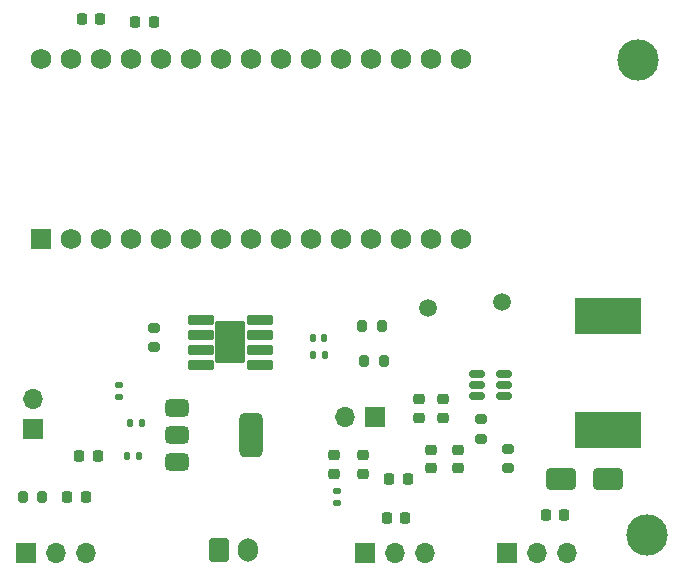
<source format=gbr>
%TF.GenerationSoftware,KiCad,Pcbnew,8.0.7*%
%TF.CreationDate,2024-12-28T13:43:39+03:00*%
%TF.ProjectId,SingleSwitch,53696e67-6c65-4537-9769-7463682e6b69,rev?*%
%TF.SameCoordinates,Original*%
%TF.FileFunction,Soldermask,Top*%
%TF.FilePolarity,Negative*%
%FSLAX46Y46*%
G04 Gerber Fmt 4.6, Leading zero omitted, Abs format (unit mm)*
G04 Created by KiCad (PCBNEW 8.0.7) date 2024-12-28 13:43:39*
%MOMM*%
%LPD*%
G01*
G04 APERTURE LIST*
G04 Aperture macros list*
%AMRoundRect*
0 Rectangle with rounded corners*
0 $1 Rounding radius*
0 $2 $3 $4 $5 $6 $7 $8 $9 X,Y pos of 4 corners*
0 Add a 4 corners polygon primitive as box body*
4,1,4,$2,$3,$4,$5,$6,$7,$8,$9,$2,$3,0*
0 Add four circle primitives for the rounded corners*
1,1,$1+$1,$2,$3*
1,1,$1+$1,$4,$5*
1,1,$1+$1,$6,$7*
1,1,$1+$1,$8,$9*
0 Add four rect primitives between the rounded corners*
20,1,$1+$1,$2,$3,$4,$5,0*
20,1,$1+$1,$4,$5,$6,$7,0*
20,1,$1+$1,$6,$7,$8,$9,0*
20,1,$1+$1,$8,$9,$2,$3,0*%
G04 Aperture macros list end*
%ADD10RoundRect,0.225000X-0.225000X-0.250000X0.225000X-0.250000X0.225000X0.250000X-0.225000X0.250000X0*%
%ADD11RoundRect,0.225000X0.225000X0.250000X-0.225000X0.250000X-0.225000X-0.250000X0.225000X-0.250000X0*%
%ADD12RoundRect,0.135000X0.135000X0.185000X-0.135000X0.185000X-0.135000X-0.185000X0.135000X-0.185000X0*%
%ADD13R,1.700000X1.700000*%
%ADD14O,1.700000X1.700000*%
%ADD15RoundRect,0.225000X0.250000X-0.225000X0.250000X0.225000X-0.250000X0.225000X-0.250000X-0.225000X0*%
%ADD16RoundRect,0.225000X-0.250000X0.225000X-0.250000X-0.225000X0.250000X-0.225000X0.250000X0.225000X0*%
%ADD17RoundRect,0.200000X-0.200000X-0.275000X0.200000X-0.275000X0.200000X0.275000X-0.200000X0.275000X0*%
%ADD18RoundRect,0.200000X0.275000X-0.200000X0.275000X0.200000X-0.275000X0.200000X-0.275000X-0.200000X0*%
%ADD19RoundRect,0.147500X-0.147500X-0.172500X0.147500X-0.172500X0.147500X0.172500X-0.147500X0.172500X0*%
%ADD20C,3.500000*%
%ADD21RoundRect,0.150000X0.512500X0.150000X-0.512500X0.150000X-0.512500X-0.150000X0.512500X-0.150000X0*%
%ADD22C,1.500000*%
%ADD23RoundRect,0.200000X0.200000X0.275000X-0.200000X0.275000X-0.200000X-0.275000X0.200000X-0.275000X0*%
%ADD24RoundRect,0.102000X2.700000X-1.450000X2.700000X1.450000X-2.700000X1.450000X-2.700000X-1.450000X0*%
%ADD25RoundRect,0.218750X0.218750X0.256250X-0.218750X0.256250X-0.218750X-0.256250X0.218750X-0.256250X0*%
%ADD26RoundRect,0.100500X-0.986500X-0.301500X0.986500X-0.301500X0.986500X0.301500X-0.986500X0.301500X0*%
%ADD27RoundRect,0.102000X-1.206500X-1.651000X1.206500X-1.651000X1.206500X1.651000X-1.206500X1.651000X0*%
%ADD28RoundRect,0.135000X-0.185000X0.135000X-0.185000X-0.135000X0.185000X-0.135000X0.185000X0.135000X0*%
%ADD29RoundRect,0.102000X-0.762000X-0.762000X0.762000X-0.762000X0.762000X0.762000X-0.762000X0.762000X0*%
%ADD30C,1.728000*%
%ADD31RoundRect,0.250000X-0.600000X-0.750000X0.600000X-0.750000X0.600000X0.750000X-0.600000X0.750000X0*%
%ADD32O,1.700000X2.000000*%
%ADD33RoundRect,0.250000X-1.000000X-0.650000X1.000000X-0.650000X1.000000X0.650000X-1.000000X0.650000X0*%
%ADD34RoundRect,0.375000X-0.625000X-0.375000X0.625000X-0.375000X0.625000X0.375000X-0.625000X0.375000X0*%
%ADD35RoundRect,0.500000X-0.500000X-1.400000X0.500000X-1.400000X0.500000X1.400000X-0.500000X1.400000X0*%
G04 APERTURE END LIST*
D10*
%TO.C,C11*%
X138950000Y-62250000D03*
X140500000Y-62250000D03*
%TD*%
D11*
%TO.C,C10*%
X136000000Y-62000000D03*
X134450000Y-62000000D03*
%TD*%
D12*
%TO.C,R10*%
X139500000Y-96250000D03*
X138480000Y-96250000D03*
%TD*%
D13*
%TO.C,J6*%
X130250000Y-96775000D03*
D14*
X130250000Y-94235000D03*
%TD*%
D10*
%TO.C,C9*%
X173725000Y-104000000D03*
X175275000Y-104000000D03*
%TD*%
%TO.C,C8*%
X160225000Y-104250000D03*
X161775000Y-104250000D03*
%TD*%
D15*
%TO.C,C6*%
X155750000Y-98975000D03*
X155750000Y-100525000D03*
%TD*%
%TO.C,C5*%
X158250000Y-98975000D03*
X158250000Y-100525000D03*
%TD*%
%TO.C,C4*%
X164000000Y-98475000D03*
X164000000Y-100025000D03*
%TD*%
%TO.C,C3*%
X166250000Y-98475000D03*
X166250000Y-100025000D03*
%TD*%
D16*
%TO.C,C2*%
X165000000Y-95775000D03*
X165000000Y-94225000D03*
%TD*%
%TO.C,C1*%
X163000000Y-94225000D03*
X163000000Y-95775000D03*
%TD*%
D17*
%TO.C,R6*%
X129425000Y-102500000D03*
X131075000Y-102500000D03*
%TD*%
D18*
%TO.C,R5*%
X140500000Y-89825000D03*
X140500000Y-88175000D03*
%TD*%
D13*
%TO.C,J5*%
X159250000Y-95750000D03*
D14*
X156710000Y-95750000D03*
%TD*%
D19*
%TO.C,D2*%
X153985000Y-89000000D03*
X154955000Y-89000000D03*
%TD*%
D20*
%TO.C,H1*%
X181500000Y-65500000D03*
%TD*%
D13*
%TO.C,J1*%
X158420000Y-107250000D03*
D14*
X160960000Y-107250000D03*
X163500000Y-107250000D03*
%TD*%
D18*
%TO.C,R2*%
X168250000Y-95925000D03*
X168250000Y-97575000D03*
%TD*%
D21*
%TO.C,U2*%
X167862500Y-93950000D03*
X167862500Y-93000000D03*
X167862500Y-92050000D03*
X170137500Y-92050000D03*
X170137500Y-93000000D03*
X170137500Y-93950000D03*
%TD*%
D22*
%TO.C,Batt+1*%
X170000000Y-86000000D03*
%TD*%
D23*
%TO.C,R4*%
X159810000Y-88000000D03*
X158160000Y-88000000D03*
%TD*%
D22*
%TO.C,5V1*%
X163750000Y-86500000D03*
%TD*%
D24*
%TO.C,L1*%
X179000000Y-87150000D03*
X179000000Y-96850000D03*
%TD*%
D19*
%TO.C,D3*%
X154015000Y-90500000D03*
X154985000Y-90500000D03*
%TD*%
D25*
%TO.C,L2*%
X160425000Y-101000000D03*
X162000000Y-101000000D03*
%TD*%
D13*
%TO.C,J3*%
X170420000Y-107250000D03*
D14*
X172960000Y-107250000D03*
X175500000Y-107250000D03*
%TD*%
D10*
%TO.C,C7*%
X133200000Y-102500000D03*
X134750000Y-102500000D03*
%TD*%
D26*
%TO.C,U3*%
X144535000Y-87500000D03*
X144535000Y-88770000D03*
X144535000Y-90040000D03*
X144535000Y-91310000D03*
X149485000Y-91310000D03*
X149485000Y-90040000D03*
X149485000Y-88770000D03*
X149485000Y-87500000D03*
D27*
X147010000Y-89405000D03*
%TD*%
D28*
%TO.C,R8*%
X137600000Y-92990000D03*
X137600000Y-94010000D03*
%TD*%
D13*
%TO.C,J4*%
X129725000Y-107250000D03*
D14*
X132265000Y-107250000D03*
X134805000Y-107250000D03*
%TD*%
D29*
%TO.C,TB1*%
X130970000Y-80620000D03*
D30*
X133510000Y-80620000D03*
X136050000Y-80620000D03*
X138590000Y-80620000D03*
X141130000Y-80620000D03*
X143670000Y-80620000D03*
X146210000Y-80620000D03*
X148750000Y-80620000D03*
X151290000Y-80620000D03*
X153830000Y-80620000D03*
X156370000Y-80620000D03*
X158910000Y-80620000D03*
X161450000Y-80620000D03*
X163990000Y-80620000D03*
X166530000Y-80620000D03*
X166530000Y-65380000D03*
X163990000Y-65380000D03*
X161450000Y-65380000D03*
X158910000Y-65380000D03*
X156370000Y-65380000D03*
X153830000Y-65380000D03*
X151290000Y-65380000D03*
X148750000Y-65380000D03*
X146210000Y-65380000D03*
X143670000Y-65380000D03*
X141130000Y-65380000D03*
X138590000Y-65380000D03*
X136050000Y-65380000D03*
X133510000Y-65380000D03*
X130970000Y-65380000D03*
%TD*%
D31*
%TO.C,J2*%
X146000000Y-107000000D03*
D32*
X148500000Y-107000000D03*
%TD*%
D33*
%TO.C,D1*%
X179000000Y-101000000D03*
X175000000Y-101000000D03*
%TD*%
D23*
%TO.C,R3*%
X159985000Y-91000000D03*
X158335000Y-91000000D03*
%TD*%
D25*
%TO.C,D4*%
X135787500Y-99000000D03*
X134212500Y-99000000D03*
%TD*%
D18*
%TO.C,R1*%
X170500000Y-98425000D03*
X170500000Y-100075000D03*
%TD*%
D20*
%TO.C,H3*%
X182250000Y-105750000D03*
%TD*%
D28*
%TO.C,R9*%
X156000000Y-102000000D03*
X156000000Y-103020000D03*
%TD*%
D34*
%TO.C,Q1*%
X142450000Y-94950000D03*
X142450000Y-97250000D03*
D35*
X148750000Y-97250000D03*
D34*
X142450000Y-99550000D03*
%TD*%
D12*
%TO.C,R7*%
X139250000Y-99000000D03*
X138230000Y-99000000D03*
%TD*%
M02*

</source>
